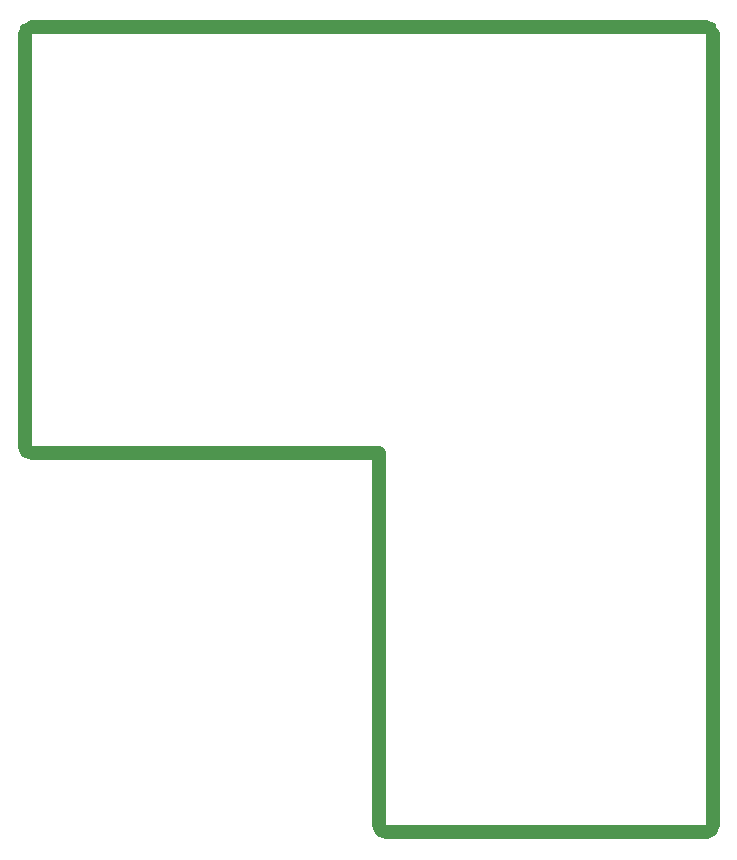
<source format=gko>
G04*
G04 #@! TF.GenerationSoftware,Altium Limited,CircuitMaker,2.0.3 (2.0.3.51)*
G04*
G04 Layer_Color=16720538*
%FSLAX25Y25*%
%MOIN*%
G70*
G04*
G04 #@! TF.SameCoordinates,36100E47-EE27-4898-87D7-6225316A82EF*
G04*
G04*
G04 #@! TF.FilePolarity,Positive*
G04*
G01*
G75*
%ADD15C,0.04724*%
D15*
X262498Y328740D02*
G03*
X260136Y331102I-2362J-0D01*
G01*
X262498Y328740D02*
G03*
X260136Y331102I-2362J-0D01*
G01*
X260138Y62598D02*
G03*
X262500Y64961I0J2362D01*
G01*
X260138Y62598D02*
G03*
X262500Y64961I0J2362D01*
G01*
X35433Y331102D02*
G03*
X33071Y328740I0J-2362D01*
G01*
X35433Y331102D02*
G03*
X33071Y328740I0J-2362D01*
G01*
X151181Y64961D02*
G03*
X153543Y62598I2362J0D01*
G01*
X151181Y64961D02*
G03*
X153543Y62598I2362J0D01*
G01*
X33071Y191339D02*
G03*
X35433Y188976I2362J0D01*
G01*
X33071Y191339D02*
G03*
X35433Y188976I2362J0D01*
G01*
X262498Y328740D02*
X262500Y64961D01*
X153543Y62598D02*
X260138D01*
X35433Y331102D02*
X260136D01*
X33071Y191339D02*
Y328740D01*
X35433Y188976D02*
X151181D01*
Y64961D02*
Y188976D01*
M02*

</source>
